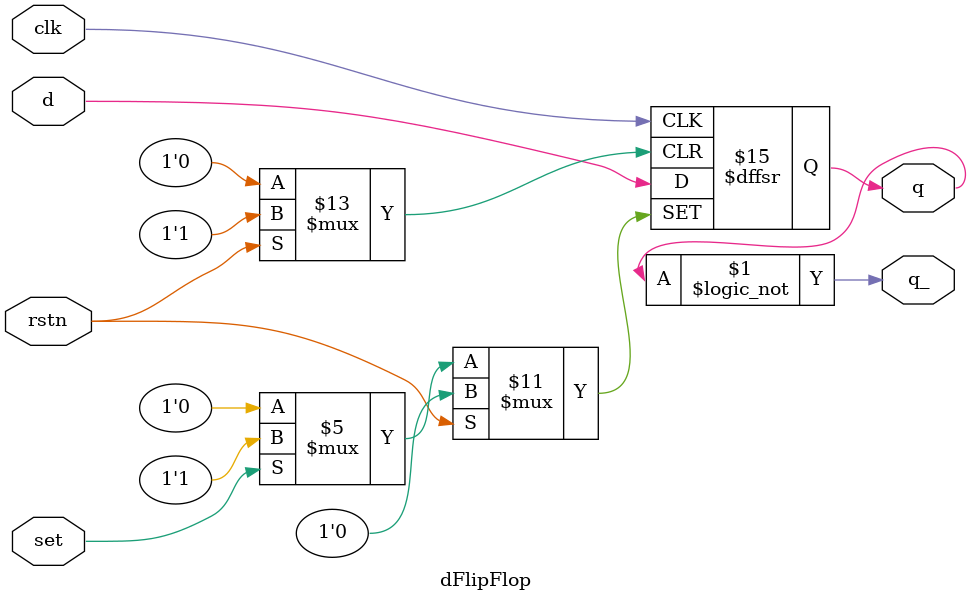
<source format=v>
module dFlipFlop (input d,  
		input rstn,  
		input clk,
		input set,

		output reg q,
		output q_);


	assign q_ = !q;
		  
	always @ (posedge clk or posedge set or posedge rstn) begin

		if (set)
			q <= 1;

		else if (rstn)
			q <= 0;
		else
			q <= d;
		end

endmodule

</source>
